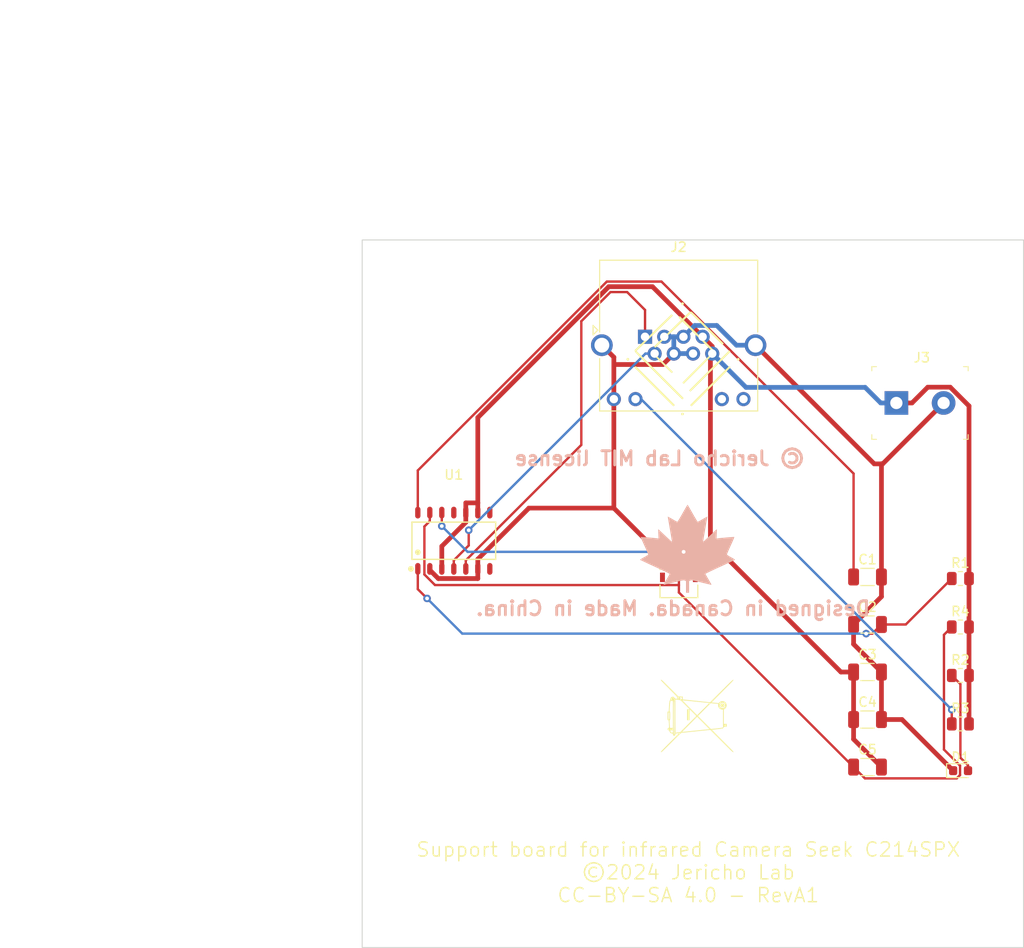
<source format=kicad_pcb>
(kicad_pcb (version 20221018) (generator pcbnew)
  (title_block (title "Support board for infrared Camera Seek C214SPX") (date "2024-06-23") (rev "Rev A1") (company "Jericho Lab") (comment 1 "Design by Frederic Coulombe, BEng MSc"))
  (layers (0 "F.Cu" signal) (31 "B.Cu" signal) (34 "B.Paste" user) (35 "F.Paste" user) (36 "B.SilkS" user "B.Silkscreen") (37 "F.SilkS" user "F.Silkscreen") (38 "B.Mask" user) (39 "F.Mask" user) (44 "Edge.Cuts" user))
  (net 0 "")
  (net 1 "Net-(D1-A)")
  (net 2 "GND")
  (net 3 "Net-(J2-Pad10)")
  (net 6 "VCC")
  (net 7 "/ID")
  (net 11 "Net-(U1-V3)")
  (net 12 "/CH315_REF")
  (net 13 "/UD+")
  (net 14 "/XD+")
  (net 15 "/XD-")
  (net 16 "/UD-")
  (footprint "Resistor_SMD:R_0805_2012Metric" (layer "F.Cu") (at 184.1989 102.8181)
    (fp_text reference "R1" (at 0 -1.65) (layer "F.SilkS"))
    (fp_text value "180K")
    (pad "1" smd roundrect (at -0.9125 0) (size 1.025 1.4) (layers "F.Cu" "F.Paste" "F.Mask") (roundrect_rratio 0.243902439) (net 12 "/CH315_REF"))
    (pad "2" smd roundrect (at 0.9125 0) (size 1.025 1.4) (layers "F.Cu" "F.Paste" "F.Mask") (roundrect_rratio 0.243902439) (net 6 "VCC"))
  )
  (footprint "custom_KiCAD_footprints:jericho-logo-kicad" (layer "F.Cu") (at 154.813 79.5274)
    (fp_text reference "G1" hide)
    (fp_text value "LOGO" hide)
  )
  (footprint "LCSC-CH315g:CH315g-LCSC" (layer "F.Cu") (at 130.5814 98.8142)
    (fp_text reference "U1" (at 0 -6.98) (layer "F.SilkS"))
    (fp_text value "CH315G")
    (pad "1" smd oval (at -3.81 2.98) (size 0.56 1.25) (layers "F.Cu" "F.Paste" "F.Mask") (net 12 "/CH315_REF"))
    (pad "2" smd oval (at -2.54 2.98) (size 0.56 1.25) (layers "F.Cu" "F.Paste" "F.Mask") (net 2 "GND"))
    (pad "3" smd oval (at -1.27 2.98) (size 0.56 1.25) (layers "F.Cu" "F.Paste" "F.Mask") (net 6 "VCC"))
    (pad "4" smd oval (at 0 2.98) (size 0.56 1.25) (layers "F.Cu" "F.Paste" "F.Mask") (net 15 "/XD-"))
    (pad "5" smd oval (at 1.27 2.98) (size 0.56 1.25) (layers "F.Cu" "F.Paste" "F.Mask") (net 14 "/XD+"))
    (pad "6" smd oval (at 2.54 2.98) (size 0.56 1.25) (layers "F.Cu" "F.Paste" "F.Mask") (net 2 "GND"))
    (pad "7" smd oval (at 3.81 2.98) (size 0.56 1.25) (layers "F.Cu" "F.Paste" "F.Mask"))
    (pad "8" smd oval (at 3.81 -2.98) (size 0.56 1.25) (layers "F.Cu" "F.Paste" "F.Mask"))
    (pad "9" smd oval (at 2.54 -2.98) (size 0.56 1.25) (layers "F.Cu" "F.Paste" "F.Mask") (net 6 "VCC"))
    (pad "10" smd oval (at 1.27 -2.98) (size 0.56 1.25) (layers "F.Cu" "F.Paste" "F.Mask") (net 6 "VCC"))
    (pad "11" smd oval (at 0 -2.98) (size 0.56 1.25) (layers "F.Cu" "F.Paste" "F.Mask"))
    (pad "12" smd oval (at -1.27 -2.98) (size 0.56 1.25) (layers "F.Cu" "F.Paste" "F.Mask") (net 16 "/UD-"))
    (pad "13" smd oval (at -2.54 -2.98) (size 0.56 1.25) (layers "F.Cu" "F.Paste" "F.Mask") (net 13 "/UD+"))
    (pad "14" smd oval (at -3.81 -2.98) (size 0.56 1.25) (layers "F.Cu" "F.Paste" "F.Mask") (net 11 "Net-(U1-V3)"))
  )
  (footprint "Resistor_SMD:R_0805_2012Metric" (layer "F.Cu") (at 184.1989 107.9494)
    (fp_text reference "R4" (at 0 -1.65) (layer "F.SilkS"))
    (fp_text value "1.5k")
    (pad "1" smd roundrect (at -0.9125 0) (size 1.025 1.4) (layers "F.Cu" "F.Paste" "F.Mask") (roundrect_rratio 0.243902439) (net 13 "/UD+"))
    (pad "2" smd roundrect (at 0.9125 0) (size 1.025 1.4) (layers "F.Cu" "F.Paste" "F.Mask") (roundrect_rratio 0.243902439) (net 6 "VCC"))
  )
  (footprint "custom_KiCAD_footprints:Do not throw to garbage logo WEEE2" (layer "F.Cu") (at 156.337 117.3734 90)
    (fp_text reference "G2" hide)
    (fp_text value "LOGO" hide)
  )
  (footprint "MountingHole:MountingHole_3.5mm" (layer "F.Cu") (at 186.944 70.866)
    (fp_text reference "H2" hide)
    (fp_text value "MountingHole_3.5mm" hide)
    (pad "" np_thru_hole circle (at 0 0) (size 3.5 3.5) (drill 3.5) (layers "*.Cu" "*.Mask"))
  )
  (footprint "Capacitor_SMD:C_1206_3216Metric" (layer "F.Cu") (at 174.3699 107.6842)
    (fp_text reference "C2" (at 0 -1.85) (layer "F.SilkS"))
    (fp_text value "0.01 uF")
    (pad "1" smd roundrect (at -1.475 0) (size 1.15 1.8) (layers "F.Cu" "F.Paste" "F.Mask") (roundrect_rratio 0.2173913043) (net 2 "GND"))
    (pad "2" smd roundrect (at 1.475 0) (size 1.15 1.8) (layers "F.Cu" "F.Paste" "F.Mask") (roundrect_rratio 0.2173913043) (net 12 "/CH315_REF"))
  )
  (footprint "MountingHole:MountingHole_3.5mm" (layer "F.Cu") (at 146.9898 114.0968)
    (fp_text reference "H5" hide)
    (fp_text value "MountingHole_3.5mm" hide)
    (pad "" np_thru_hole circle (at 0 0) (size 3.5 3.5) (drill 3.5) (layers "F&B.Cu" "*.Mask"))
  )
  (footprint "Capacitor_SMD:C_1206_3216Metric" (layer "F.Cu") (at 174.3699 112.717)
    (fp_text reference "C3" (at 0 -1.85) (layer "F.SilkS"))
    (fp_text value "47 uF")
    (pad "1" smd roundrect (at -1.475 0) (size 1.15 1.8) (layers "F.Cu" "F.Paste" "F.Mask") (roundrect_rratio 0.2173913043) (net 6 "VCC"))
    (pad "2" smd roundrect (at 1.475 0) (size 1.15 1.8) (layers "F.Cu" "F.Paste" "F.Mask") (roundrect_rratio 0.2173913043) (net 2 "GND"))
  )
  (footprint "digikey-footprints:Term_Block_1x2_P5mm" (layer "F.Cu") (at 177.4228 84.2264)
    (fp_text reference "J3" (at 2.7 -4.8) (layer "F.SilkS"))
    (fp_text value "Screw_Terminal_01x02")
    (pad "1" thru_hole rect (at 0 0) (size 2.5 2.5) (drill 1.3) (layers "*.Cu" "*.Mask") (net 6 "VCC"))
    (pad "2" thru_hole circle (at 5 0) (size 2.5 2.5) (drill 1.3) (layers "*.Cu" "*.Mask") (net 2 "GND"))
  )
  (footprint "MountingHole:MountingHole_3.5mm" (layer "F.Cu") (at 187.076 138.084 -90)
    (fp_text reference "H3" hide)
    (fp_text value "MountingHole_3.5mm" hide)
    (pad "" np_thru_hole circle (at 0 0 270) (size 3.5 3.5) (drill 3.5) (layers "*.Cu" "*.Mask"))
  )
  (footprint "Capacitor_SMD:C_1206_3216Metric" (layer "F.Cu") (at 174.3699 122.7825)
    (fp_text reference "C5" (at 0 -1.85) (layer "F.SilkS"))
    (fp_text value "50pF")
    (pad "1" smd roundrect (at -1.475 0) (size 1.15 1.8) (layers "F.Cu" "F.Paste" "F.Mask") (roundrect_rratio 0.2173913043) (net 13 "/UD+"))
    (pad "2" smd roundrect (at 1.475 0) (size 1.15 1.8) (layers "F.Cu" "F.Paste" "F.Mask") (roundrect_rratio 0.2173913043) (net 6 "VCC"))
  )
  (footprint "Capacitor_SMD:C_1206_3216Metric" (layer "F.Cu") (at 174.3699 117.7497)
    (fp_text reference "C4" (at 0 -1.85) (layer "F.SilkS"))
    (fp_text value "0.1 uF")
    (pad "1" smd roundrect (at -1.475 0) (size 1.15 1.8) (layers "F.Cu" "F.Paste" "F.Mask") (roundrect_rratio 0.2173913043) (net 6 "VCC"))
    (pad "2" smd roundrect (at 1.475 0) (size 1.15 1.8) (layers "F.Cu" "F.Paste" "F.Mask") (roundrect_rratio 0.2173913043) (net 2 "GND"))
  )
  (footprint "Amphenol-59453-051110EDHLF-SnapEDA:AMPHENOL_59453-051110EDHLF" (layer "F.Cu") (at 154.4066 102.6922)
    (fp_text reference "J4" (at 0.635 -5.715) (layer "F.SilkS"))
    (fp_text value "59453-051110EDHLF")
    (pad "1" smd rect (at -1 -1.45) (size 0.3 1.4) (layers "F.Cu" "F.Paste" "F.Mask") (net 2 "GND"))
    (pad "2" smd rect (at -0.5 -1.45) (size 0.3 1.4) (layers "F.Cu" "F.Paste" "F.Mask") (net 7 "/ID"))
    (pad "3" smd rect (at 0 -1.45) (size 0.3 1.4) (layers "F.Cu" "F.Paste" "F.Mask") (net 13 "/UD+"))
    (pad "4" smd rect (at 0.5 -1.45) (size 0.3 1.4) (layers "F.Cu" "F.Paste" "F.Mask") (net 16 "/UD-"))
    (pad "5" smd rect (at 1 -1.45) (size 0.3 1.4) (layers "F.Cu" "F.Paste" "F.Mask") (net 6 "VCC"))
    (pad "S1" smd rect (at -1.74 0) (size 0.52 1) (layers "F.Cu" "F.Paste" "F.Mask"))
    (pad "S2" smd rect (at 1.74 0) (size 0.52 1) (layers "F.Cu" "F.Paste" "F.Mask"))
  )
  (footprint "Resistor_SMD:R_0805_2012Metric" (layer "F.Cu") (at 184.1989 118.2121)
    (fp_text reference "R3" (at 0 -1.65) (layer "F.SilkS"))
    (fp_text value "10K")
    (pad "1" smd roundrect (at -0.9125 0) (size 1.025 1.4) (layers "F.Cu" "F.Paste" "F.Mask") (roundrect_rratio 0.243902439) (net 3 "Net-(J2-Pad10)"))
    (pad "2" smd roundrect (at 0.9125 0) (size 1.025 1.4) (layers "F.Cu" "F.Paste" "F.Mask") (roundrect_rratio 0.243902439) (net 6 "VCC"))
  )
  (footprint "Resistor_SMD:R_0805_2012Metric" (layer "F.Cu") (at 184.1989 113.0808)
    (fp_text reference "R2" (at 0 -1.65) (layer "F.SilkS"))
    (fp_text value "10K")
    (pad "1" smd roundrect (at -0.9125 0) (size 1.025 1.4) (layers "F.Cu" "F.Paste" "F.Mask") (roundrect_rratio 0.243902439) (net 1 "Net-(D1-A)"))
    (pad "2" smd roundrect (at 0.9125 0) (size 1.025 1.4) (layers "F.Cu" "F.Paste" "F.Mask") (roundrect_rratio 0.243902439) (net 6 "VCC"))
  )
  (footprint "Connector_RJ:RJ45_Amphenol_RJHSE538X" (layer "F.Cu") (at 150.8212 77.216)
    (fp_text reference "J2" (at 3.56 -9.5) (layer "F.SilkS"))
    (fp_text value "8P8C_LED")
    (pad "" np_thru_hole circle (at -2.79 -2.54) (size 3.25 3.25) (drill 3.25) (layers "*.Cu" "*.Mask"))
    (pad "" np_thru_hole circle (at 9.91 -2.54) (size 3.25 3.25) (drill 3.25) (layers "*.Cu" "*.Mask"))
    (pad "1" thru_hole rect (at 0 0) (size 1.5 1.5) (drill 0.89) (layers "*.Cu" "*.Mask") (net 14 "/XD+"))
    (pad "2" thru_hole circle (at 1.016 1.78) (size 1.5 1.5) (drill 0.89) (layers "*.Cu" "*.Mask") (net 15 "/XD-"))
    (pad "3" thru_hole circle (at 2.032 0) (size 1.5 1.5) (drill 0.89) (layers "*.Cu" "*.Mask") (net 2 "GND"))
    (pad "4" thru_hole circle (at 3.048 1.78) (size 1.5 1.5) (drill 0.89) (layers "*.Cu" "*.Mask") (net 2 "GND"))
    (pad "5" thru_hole circle (at 4.064 0) (size 1.5 1.5) (drill 0.89) (layers "*.Cu" "*.Mask") (net 2 "GND"))
    (pad "6" thru_hole circle (at 5.08 1.78) (size 1.5 1.5) (drill 0.89) (layers "*.Cu" "*.Mask") (net 2 "GND"))
    (pad "7" thru_hole circle (at 6.096 0) (size 1.5 1.5) (drill 0.89) (layers "*.Cu" "*.Mask") (net 6 "VCC"))
    (pad "8" thru_hole circle (at 7.112 1.78) (size 1.5 1.5) (drill 0.89) (layers "*.Cu" "*.Mask") (net 6 "VCC"))
    (pad "9" thru_hole circle (at -3.3 6.6) (size 1.5 1.5) (drill 0.89) (layers "*.Cu" "*.Mask") (net 2 "GND"))
    (pad "10" thru_hole circle (at -1.01 6.6) (size 1.5 1.5) (drill 0.89) (layers "*.Cu" "*.Mask") (net 3 "Net-(J2-Pad10)"))
    (pad "11" thru_hole circle (at 8.13 6.6) (size 1.5 1.5) (drill 0.89) (layers "*.Cu" "*.Mask"))
    (pad "12" thru_hole circle (at 10.42 6.6) (size 1.5 1.5) (drill 0.89) (layers "*.Cu" "*.Mask"))
    (pad "SH" thru_hole circle (at -4.57 0.89) (size 2.3 2.3) (drill 1.57) (layers "*.Cu" "*.Mask") (net 2 "GND"))
    (pad "SH" thru_hole circle (at 11.69 0.89) (size 2.3 2.3) (drill 1.57) (layers "*.Cu" "*.Mask") (net 2 "GND"))
  )
  (footprint "Capacitor_SMD:C_1206_3216Metric" (layer "F.Cu") (at 174.3699 102.6515)
    (fp_text reference "C1" (at 0 -1.85) (layer "F.SilkS"))
    (fp_text value "0.01 uF")
    (pad "1" smd roundrect (at -1.475 0) (size 1.15 1.8) (layers "F.Cu" "F.Paste" "F.Mask") (roundrect_rratio 0.2173913043) (net 11 "Net-(U1-V3)"))
    (pad "2" smd roundrect (at 1.475 0) (size 1.15 1.8) (layers "F.Cu" "F.Paste" "F.Mask") (roundrect_rratio 0.2173913043) (net 2 "GND"))
  )
  (footprint "MountingHole:MountingHole_3.5mm" (layer "F.Cu") (at 124.714 70.866 90)
    (fp_text reference "H1" hide)
    (fp_text value "MountingHole_3.5mm" hide)
    (pad "" np_thru_hole circle (at 0 0 90) (size 3.5 3.5) (drill 3.5) (layers "*.Cu" "*.Mask"))
  )
  (footprint "MountingHole:MountingHole_3.5mm" (layer "F.Cu") (at 161.3662 126.4412 -90)
    (fp_text reference "H6" hide)
    (fp_text value "MountingHole_3.5mm" hide)
    (pad "" np_thru_hole circle (at 0 0 270) (size 3.5 3.5) (drill 3.5) (layers "F&B.Cu" "*.Mask"))
  )
  (footprint "MountingHole:MountingHole_3.5mm" (layer "F.Cu") (at 124.592 138.084 180)
    (fp_text reference "H4" hide)
    (fp_text value "MountingHole_3.5mm" hide)
    (pad "" np_thru_hole circle (at 0 0 180) (size 3.5 3.5) (drill 3.5) (layers "*.Cu" "*.Mask"))
  )
  (footprint "Diode_SMD:D_0603_1608Metric" (layer "F.Cu") (at 184.2189 123.1635)
    (fp_text reference "D1" (at 0 -1.43) (layer "F.SilkS"))
    (fp_text value "RED")
    (pad "1" smd roundrect (at -0.7875 0) (size 0.875 0.95) (layers "F.Cu" "F.Paste" "F.Mask") (net 2 "GND"))
    (pad "2" smd roundrect (at 0.7875 0) (size 0.875 0.95) (layers "F.Cu" "F.Paste" "F.Mask") (net 1 "Net-(D1-A)"))
  )
  (footprint "custom_KiCAD_footprints:made-in-canada" (layer "B.Cu") (at 155.321 99.8474 180)
    (fp_text reference "G3" hide)
    (fp_text value "LOGO" hide)
  )
  (gr_rect (start 120.886 66.964) (end 190.886 141.894) (stroke (width 0.1)) (fill none) (layer "Edge.Cuts"))
  (gr_text "© Jericho Lab MIT license\n" (at 152.361 90.1074) (layer "B.SilkS") (effects (font (size 1.5 1.5) (thickness 0.3)) (justify mirror)))
  (gr_text "Designed in Canada. Made in China." (at 153.791 105.9874) (layer "B.SilkS") (effects (font (size 1.5 1.5) (thickness 0.3)) (justify mirror)))
  (gr_text "Support board for infrared Camera Seek C214SPX\n©2024 Jericho Lab\nCC-BY-SA 4.0 - RevA1" (at 155.3972 133.9342) (layer "F.SilkS") (effects (font (size 1.5 1.5))))
  (segment (start 184.2004 113.9948) (end 183.2864 113.0808) (width 0.25) (layer "F.Cu") (net 1))
  (segment (start 185.0064 123.1635) (end 185.0064 122.5952) (width 0.25) (layer "F.Cu") (net 1))
  (segment (start 185.0064 122.5952) (end 184.2004 121.7892) (width 0.25) (layer "F.Cu") (net 1))
  (segment (start 184.2004 121.7892) (end 184.2004 113.9948) (width 0.25) (layer "F.Cu") (net 1))
  (segment (start 175.8449 104.7342) (end 175.8449 102.6515) (width 0.5) (layer "F.Cu") (net 2))
  (segment (start 138.5319 95.3568) (end 133.1214 100.7673) (width 0.5) (layer "F.Cu") (net 2))
  (segment (start 147.5212 80.1529) (end 147.5212 83.816) (width 0.5) (layer "F.Cu") (net 2))
  (segment (start 133.1214 102.8211) (end 128.9439 102.8211) (width 0.5) (layer "F.Cu") (net 2))
  (segment (start 153.8692 78.996) (end 152.7123 80.1529) (width 0.5) (layer "F.Cu") (net 2))
  (segment (start 175.8449 112.717) (end 172.8949 109.767) (width 0.5) (layer "F.Cu") (net 2))
  (segment (start 146.2512 78.106) (end 147.5212 79.376) (width 0.5) (layer "F.Cu") (net 2))
  (segment (start 147.5212 83.816) (end 147.5212 95.3568) (width 0.5) (layer "F.Cu") (net 2))
  (segment (start 175.0831 90.6779) (end 162.5112 78.106) (width 0.5) (layer "F.Cu") (net 2))
  (segment (start 183.4314 123.1635) (end 178.0176 117.7497) (width 0.5) (layer "F.Cu") (net 2))
  (segment (start 152.7123 80.1529) (end 147.5212 80.1529) (width 0.5) (layer "F.Cu") (net 2))
  (segment (start 153.1881 101.0237) (end 153.4066 101.2422) (width 0.2998) (layer "F.Cu") (net 2))
  (segment (start 128.9439 102.8211) (end 128.0414 101.9186) (width 0.5) (layer "F.Cu") (net 2))
  (segment (start 175.8449 90.6779) (end 175.8449 102.6515) (width 0.5) (layer "F.Cu") (net 2))
  (segment (start 172.8949 107.6842) (end 175.8449 104.7342) (width 0.5) (layer "F.Cu") (net 2))
  (segment (start 175.8449 90.6779) (end 175.0831 90.6779) (width 0.5) (layer "F.Cu") (net 2))
  (segment (start 133.1214 101.7942) (end 133.1214 100.7673) (width 0.5) (layer "F.Cu") (net 2))
  (segment (start 178.0176 117.7497) (end 175.8449 117.7497) (width 0.5) (layer "F.Cu") (net 2))
  (segment (start 133.1214 101.7942) (end 133.1214 102.8211) (width 0.5) (layer "F.Cu") (net 2))
  (segment (start 147.5212 95.3568) (end 138.5319 95.3568) (width 0.5) (layer "F.Cu") (net 2))
  (segment (start 175.8449 117.7497) (end 175.8449 112.717) (width 0.5) (layer "F.Cu") (net 2))
  (segment (start 147.5212 79.376) (end 147.5212 80.1529) (width 0.5) (layer "F.Cu") (net 2))
  (segment (start 128.0414 101.9186) (end 128.0414 101.7942) (width 0.5) (layer "F.Cu") (net 2))
  (segment (start 172.8949 109.767) (end 172.8949 107.6842) (width 0.5) (layer "F.Cu") (net 2))
  (segment (start 182.4228 84.2264) (end 175.9713 90.6779) (width 0.5) (layer "F.Cu") (net 2))
  (segment (start 175.9713 90.6779) (end 175.8449 90.6779) (width 0.5) (layer "F.Cu") (net 2))
  (segment (start 147.5212 95.3568) (end 153.1881 101.0237) (width 0.5) (layer "F.Cu") (net 2))
  (segment (start 158.4097 76.0195) (end 160.4962 78.106) (width 0.5) (layer "B.Cu") (net 2))
  (segment (start 155.9012 78.996) (end 153.8692 78.996) (width 0.5) (layer "B.Cu") (net 2))
  (segment (start 156.0817 76.0195) (end 158.4097 76.0195) (width 0.5) (layer "B.Cu") (net 2))
  (segment (start 153.8692 77.216) (end 153.8692 78.996) (width 0.5) (layer "B.Cu") (net 2))
  (segment (start 160.4962 78.106) (end 162.5112 78.106) (width 0.5) (layer "B.Cu") (net 2))
  (segment (start 154.8852 77.216) (end 156.0817 76.0195) (width 0.5) (layer "B.Cu") (net 2))
  (segment (start 153.8692 77.216) (end 152.8532 77.216) (width 0.5) (layer "B.Cu") (net 2))
  (segment (start 154.8852 77.216) (end 153.8692 77.216) (width 0.5) (layer "B.Cu") (net 2))
  (segment (start 183.2864 116.7031) (end 183.2864 118.2121) (width 0.25) (layer "F.Cu") (net 3))
  (via (at 183.2864 116.7031) (size 0.8) (drill 0.4) (layers "F.Cu" "B.Cu") (net 3))
  (segment (start 150.3993 83.816) (end 183.2864 116.7031) (width 0.25) (layer "B.Cu") (net 3))
  (segment (start 149.8112 83.816) (end 150.3993 83.816) (width 0.25) (layer "B.Cu") (net 3))
  (segment (start 171.5526 112.717) (end 172.8949 112.717) (width 0.5) (layer "F.Cu") (net 6))
  (segment (start 133.1214 94.8073) (end 131.8514 94.8073) (width 0.5) (layer "F.Cu") (net 6))
  (segment (start 157.7422 79.187) (end 157.7422 98.9066) (width 0.5) (layer "F.Cu") (net 6))
  (segment (start 177.4228 84.2264) (end 179.0747 84.2264) (width 0.5) (layer "F.Cu") (net 6))
  (segment (start 185.1114 113.0808) (end 185.1114 107.9494) (width 0.5) (layer "F.Cu") (net 6))
  (segment (start 131.8514 95.8342) (end 131.8514 96.8611) (width 0.5) (layer "F.Cu") (net 6))
  (segment (start 185.1114 84.5431) (end 185.1114 102.8181) (width 0.5) (layer "F.Cu") (net 6))
  (segment (start 172.8949 112.717) (end 172.8949 117.7497) (width 0.5) (layer "F.Cu") (net 6))
  (segment (start 131.8514 95.6228) (end 131.8514 95.8342) (width 0.5) (layer "F.Cu") (net 6))
  (segment (start 185.1114 118.2121) (end 185.1114 113.0808) (width 0.5) (layer "F.Cu") (net 6))
  (segment (start 131.8514 95.6228) (end 131.8514 94.8073) (width 0.5) (layer "F.Cu") (net 6))
  (segment (start 133.1214 94.8073) (end 133.1214 85.7732) (width 0.5) (layer "F.Cu") (net 6))
  (segment (start 157.9332 78.996) (end 157.7422 79.187) (width 0.5) (layer "F.Cu") (net 6))
  (segment (start 180.7492 82.5519) (end 183.1202 82.5519) (width 0.5) (layer "F.Cu") (net 6))
  (segment (start 185.1114 102.8181) (end 185.1114 107.9494) (width 0.5) (layer "F.Cu") (net 6))
  (segment (start 155.6251 101.0237) (end 155.4066 101.2422) (width 0.2998) (layer "F.Cu") (net 6))
  (segment (start 183.1202 82.5519) (end 185.1114 84.5431) (width 0.5) (layer "F.Cu") (net 6))
  (segment (start 133.1214 85.7732) (end 146.9846 71.91) (width 0.5) (layer "F.Cu") (net 6))
  (segment (start 157.7422 98.9066) (end 155.6251 101.0237) (width 0.5) (layer "F.Cu") (net 6))
  (segment (start 175.8449 122.7825) (end 172.8949 119.8325) (width 0.5) (layer "F.Cu") (net 6))
  (segment (start 179.0747 84.2264) (end 180.7492 82.5519) (width 0.5) (layer "F.Cu") (net 6))
  (segment (start 172.8949 119.8325) (end 172.8949 117.7497) (width 0.5) (layer "F.Cu") (net 6))
  (segment (start 157.9332 78.996) (end 157.9332 78.232) (width 0.5) (layer "F.Cu") (net 6))
  (segment (start 157.9332 78.232) (end 156.9172 77.216) (width 0.5) (layer "F.Cu") (net 6))
  (segment (start 146.9846 71.91) (end 151.6112 71.91) (width 0.5) (layer "F.Cu") (net 6))
  (segment (start 129.3114 99.4011) (end 129.3114 100.7673) (width 0.5) (layer "F.Cu") (net 6))
  (segment (start 131.8514 96.8611) (end 129.3114 99.4011) (width 0.5) (layer "F.Cu") (net 6))
  (segment (start 157.7422 98.9066) (end 171.5526 112.717) (width 0.5) (layer "F.Cu") (net 6))
  (segment (start 129.3114 101.7942) (end 129.3114 100.7673) (width 0.5) (layer "F.Cu") (net 6))
  (segment (start 133.1214 95.8342) (end 133.1214 94.8073) (width 0.5) (layer "F.Cu") (net 6))
  (segment (start 151.6112 71.91) (end 156.9172 77.216) (width 0.5) (layer "F.Cu") (net 6))
  (segment (start 157.9332 78.996) (end 161.5117 82.5745) (width 0.5) (layer "B.Cu") (net 6))
  (segment (start 161.5117 82.5745) (end 174.119 82.5745) (width 0.5) (layer "B.Cu") (net 6))
  (segment (start 174.119 82.5745) (end 175.7709 84.2264) (width 0.5) (layer "B.Cu") (net 6))
  (segment (start 177.4228 84.2264) (end 175.7709 84.2264) (width 0.5) (layer "B.Cu") (net 6))
  (segment (start 126.7714 95.8342) (end 126.7714 91.3744) (width 0.25) (layer "F.Cu") (net 11))
  (segment (start 146.7766 71.3692) (end 152.5601 71.3692) (width 0.25) (layer "F.Cu") (net 11))
  (segment (start 172.8949 91.704) (end 172.8949 102.6515) (width 0.25) (layer "F.Cu") (net 11))
  (segment (start 152.5601 71.3692) (end 172.8949 91.704) (width 0.25) (layer "F.Cu") (net 11))
  (segment (start 126.7714 91.3744) (end 146.7766 71.3692) (width 0.25) (layer "F.Cu") (net 11))
  (segment (start 174.2243 108.6511) (end 174.878 108.6511) (width 0.25) (layer "F.Cu") (net 12))
  (segment (start 174.878 108.6511) (end 175.8449 107.6842) (width 0.25) (layer "F.Cu") (net 12))
  (segment (start 126.7714 103.944) (end 127.7525 104.9251) (width 0.25) (layer "F.Cu") (net 12))
  (segment (start 126.7714 101.7942) (end 126.7714 103.944) (width 0.25) (layer "F.Cu") (net 12))
  (segment (start 178.4203 107.6842) (end 175.8449 107.6842) (width 0.25) (layer "F.Cu") (net 12))
  (segment (start 183.2864 102.8181) (end 178.4203 107.6842) (width 0.25) (layer "F.Cu") (net 12))
  (via (at 174.2243 108.6511) (size 0.8) (drill 0.4) (layers "F.Cu" "B.Cu") (net 12))
  (via (at 127.7525 104.9251) (size 0.8) (drill 0.4) (layers "F.Cu" "B.Cu") (net 12))
  (segment (start 131.4785 108.6511) (end 174.2243 108.6511) (width 0.25) (layer "B.Cu") (net 12))
  (segment (start 127.7525 104.9251) (end 131.4785 108.6511) (width 0.25) (layer "B.Cu") (net 12))
  (segment (start 172.8949 122.7825) (end 174.0933 123.9809) (width 0.25) (layer "F.Cu") (net 13))
  (segment (start 154.4066 103.5093) (end 128.5917 103.5093) (width 0.25) (layer "F.Cu") (net 13))
  (segment (start 154.4066 104.2942) (end 172.8949 122.7825) (width 0.25) (layer "F.Cu") (net 13))
  (segment (start 174.0933 123.9809) (end 183.8086 123.9809) (width 0.25) (layer "F.Cu") (net 13))
  (segment (start 154.4066 101.2422) (end 154.4066 103.5093) (width 0.25) (layer "F.Cu") (net 13))
  (segment (start 127.4685 97.309) (end 128.0414 96.7361) (width 0.25) (layer "F.Cu") (net 13))
  (segment (start 154.4066 103.5093) (end 154.4066 104.2942) (width 0.25) (layer "F.Cu") (net 13))
  (segment (start 184.1617 122.6293) (end 182.4604 120.928) (width 0.25) (layer "F.Cu") (net 13))
  (segment (start 128.5917 103.5093) (end 127.4685 102.3861) (width 0.25) (layer "F.Cu") (net 13))
  (segment (start 127.4685 102.3861) (end 127.4685 97.309) (width 0.25) (layer "F.Cu") (net 13))
  (segment (start 183.8086 123.9809) (end 184.1617 123.6278) (width 0.25) (layer "F.Cu") (net 13))
  (segment (start 182.4604 108.7754) (end 183.2864 107.9494) (width 0.25) (layer "F.Cu") (net 13))
  (segment (start 182.4604 120.928) (end 182.4604 108.7754) (width 0.25) (layer "F.Cu") (net 13))
  (segment (start 184.1617 123.6278) (end 184.1617 122.6293) (width 0.25) (layer "F.Cu") (net 13))
  (segment (start 128.0414 95.8342) (end 128.0414 96.7361) (width 0.25) (layer "F.Cu") (net 13))
  (segment (start 144.0765 75.5723) (end 147.1686 72.4802) (width 0.25) (layer "F.Cu") (net 14))
  (segment (start 147.1686 72.4802) (end 148.9249 72.4802) (width 0.25) (layer "F.Cu") (net 14))
  (segment (start 131.8514 100.8923) (end 144.0765 88.6672) (width 0.25) (layer "F.Cu") (net 14))
  (segment (start 148.9249 72.4802) (end 150.8212 74.3765) (width 0.25) (layer "F.Cu") (net 14))
  (segment (start 131.8514 101.7942) (end 131.8514 100.8923) (width 0.25) (layer "F.Cu") (net 14))
  (segment (start 144.0765 88.6672) (end 144.0765 75.5723) (width 0.25) (layer "F.Cu") (net 14))
  (segment (start 150.8212 74.3765) (end 150.8212 77.216) (width 0.25) (layer "F.Cu") (net 14))
  (segment (start 132.1599 99.3138) (end 132.1599 97.7) (width 0.25) (layer "F.Cu") (net 15))
  (segment (start 130.5814 101.7942) (end 130.5814 100.8923) (width 0.25) (layer "F.Cu") (net 15))
  (segment (start 130.5814 100.8923) (end 132.1599 99.3138) (width 0.25) (layer "F.Cu") (net 15))
  (via (at 132.1599 97.7) (size 0.8) (drill 0.4) (layers "F.Cu" "B.Cu") (net 15))
  (segment (start 150.8639 78.996) (end 132.1599 97.7) (width 0.25) (layer "B.Cu") (net 15))
  (segment (start 151.8372 78.996) (end 150.8639 78.996) (width 0.25) (layer "B.Cu") (net 15))
  (segment (start 154.9066 101.2422) (end 154.9066 100.2653) (width 0.25) (layer "F.Cu") (net 16))
  (segment (start 154.9066 100.2653) (end 154.9066 99.9903) (width 0.25) (layer "F.Cu") (net 16))
  (segment (start 129.3114 97.2636) (end 129.3114 95.8342) (width 0.25) (layer "F.Cu") (net 16))
  (via (at 154.9066 99.9903) (size 0.8) (drill 0.4) (layers "F.Cu" "B.Cu") (net 16))
  (via (at 129.3114 97.2636) (size 0.8) (drill 0.4) (layers "F.Cu" "B.Cu") (net 16))
  (segment (start 129.3114 97.2636) (end 132.0381 99.9903) (width 0.25) (layer "B.Cu") (net 16))
  (segment (start 132.0381 99.9903) (end 154.9066 99.9903) (width 0.25) (layer "B.Cu") (net 16))
)
</source>
